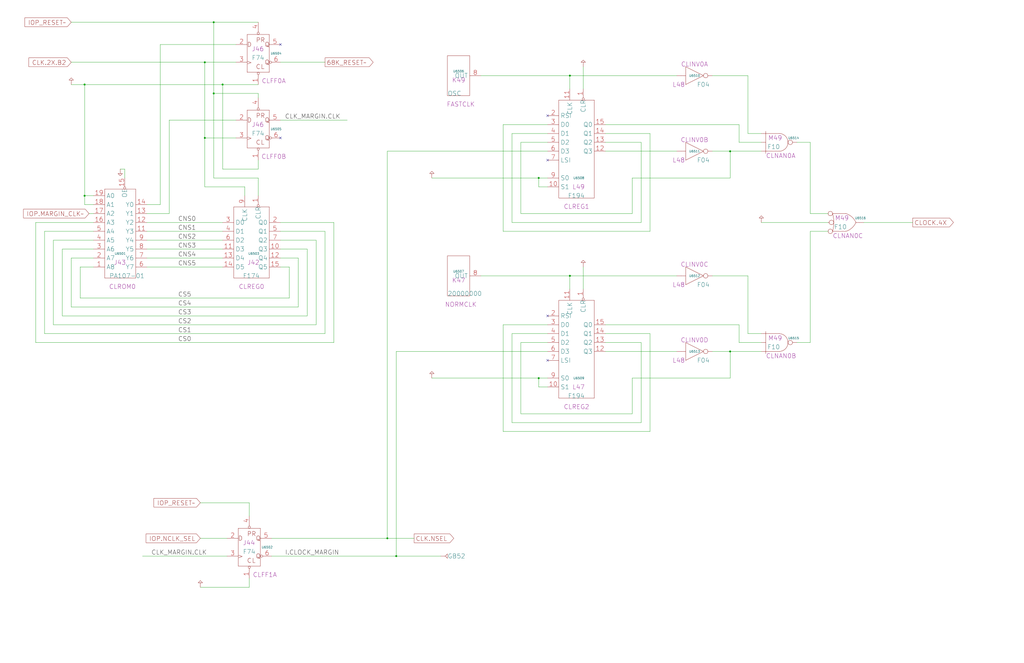
<source format=kicad_sch>
(kicad_sch (version 20230121) (generator eeschema)
  (paper "User" 584.2 378.46)
  (title_block (title "CLOCKS\\n4X CLOCK GENERATION") (date "22-SEP-90") (rev "2.0") (comment 1 "IOC") (comment 2 "232-003061") (comment 3 "S400") (comment 4 "RELEASED"))
  (lib_symbols
    (symbol "r1000:F04" (pin_numbers hide) (pin_names hide)
      (property "Reference" "U" (at 0 0 0))
      (property "Value" "F04" (at 1.27 -5.08 0))
      (property "Location" "___" (at -12.7 -5.08 0))
      (property "Name" "______" (at 0 5.08 0))
      (symbol "F04_0_1"
        (polyline (pts (xy -7.62 0) (xy -5.08 0)) (stroke (width 0.1524)))
        (polyline (pts (xy -5.08 5.08) (xy -5.08 -5.08)) (stroke (width 0.1524)))
        (polyline (pts (xy 5.08 0) (xy -5.08 -5.08)) (stroke (width 0.1524)))
        (polyline (pts (xy 5.08 0) (xy -5.08 5.08)) (stroke (width 0.1524)))
        (circle (center 6.35 0) (radius 1.27) (stroke (width 0.1524)))
      )
      (symbol "F04_1_1"
        (pin input line (at -10.16 0 0) (length 2.54) (name "D0") (number "1"))
        (pin output line (at 10.16 0 180) (length 2.54) (name "Q") (number "2"))
      )
    )
    (symbol "r1000:F10" (pin_numbers hide) (pin_names hide)
      (property "Reference" "U" (at 13.335 0 0))
      (property "Value" "F10" (at 5.715 -5.08 0))
      (property "Location" "___" (at -1.27 0 0))
      (property "Name" "______" (at -2.54 -10.16 0))
      (symbol "F10_0_1"
        (polyline (pts (xy -2.54 -7.62) (xy 5.08 -7.62)) (stroke (width 0.1524)))
        (polyline (pts (xy -2.54 2.54) (xy 5.08 2.54)) (stroke (width 0.1524)))
        (polyline (pts (xy -2.54 3.81) (xy -2.54 -8.89)) (stroke (width 0.1524)))
        (arc (start 5.08 -7.62) (mid 10.1282 -2.54) (end 5.08 2.54) (stroke (width 0.1524)))
        (circle (center 11.43 -2.54) (radius 1.27) (stroke (width 0.1524)))
      )
      (symbol "F10_0_2"
        (circle (center -3.81 -7.62) (radius 1.27) (stroke (width 0.1524)))
        (circle (center -3.81 2.54) (radius 1.27) (stroke (width 0.1524)))
        (circle (center -3.175 -2.54) (radius 1.27) (stroke (width 0.1524)))
        (arc (start -2.54 -7.62) (mid -1.8195 -2.54) (end -2.54 2.54) (stroke (width 0.1524)))
        (polyline (pts (xy -4.445 -2.54) (xy -5.08 -2.54)) (stroke (width 0.1524)))
        (polyline (pts (xy -2.54 -7.62) (xy 5.08 -7.62)) (stroke (width 0.1524)))
        (polyline (pts (xy -2.54 2.54) (xy 5.08 2.54)) (stroke (width 0.1524)))
        (polyline (pts (xy 10.795 -2.54) (xy 12.7 -2.54)) (stroke (width 0.1524)))
        (arc (start 5.08 -7.62) (mid 8.4845 -5.6954) (end 10.795 -2.54) (stroke (width 0.1524)))
        (arc (start 10.795 -2.54) (mid 8.4807 0.6111) (end 5.08 2.54) (stroke (width 0.1524)))
      )
      (symbol "F10_1_1"
        (pin input line (at -5.08 2.54 0) (length 2.54) (name "D0") (number "1"))
        (pin input line (at -5.08 -2.54 0) (length 2.54) (name "D1") (number "2"))
        (pin input line (at -5.08 -7.62 0) (length 2.54) (name "D2") (number "3"))
        (pin output line (at 15.24 -2.54 180) (length 2.54) (name "Q") (number "4"))
      )
      (symbol "F10_1_2"
        (pin input line (at -5.08 2.54 0) (length 0) (name "D0") (number "1"))
        (pin input line (at -5.08 -2.54 0) (length 0) (name "D1") (number "2"))
        (pin input line (at -5.08 -7.62 0) (length 0) (name "D2") (number "3"))
        (pin output line (at 15.24 -2.54 180) (length 2.54) (name "Q") (number "4"))
      )
    )
    (symbol "r1000:F174" (pin_names (offset 1.016))
      (property "Reference" "U" (at 2.54 5.08 0))
      (property "Value" "F174" (at -3.81 -7.62 0))
      (property "Location" "___" (at -1.27 0 0))
      (property "Name" "______" (at 1.27 -15.24 0))
      (symbol "F174_1_1"
        (rectangle (start -8.89 31.75) (end 11.43 -8.89))
        (circle (center 5.08 32.385) (radius 0.635))
        (pin input line (at 5.08 38.1 270) (length 5.08) (name "CLR") (number "1"))
        (pin output line (at 17.78 7.62 180) (length 6.35) (name "Q3") (number "10"))
        (pin input line (at -15.24 7.62 0) (length 6.35) (name "D3") (number "11"))
        (pin output line (at 17.78 2.54 180) (length 6.35) (name "Q4") (number "12"))
        (pin input line (at -15.24 2.54 0) (length 6.35) (name "D4") (number "13"))
        (pin input line (at -15.24 -2.54 0) (length 6.35) (name "D5") (number "14"))
        (pin output line (at 17.78 -2.54 180) (length 6.35) (name "Q5") (number "15"))
        (pin output line (at 17.78 22.86 180) (length 6.35) (name "Q0") (number "2"))
        (pin input line (at -15.24 22.86 0) (length 6.35) (name "D0") (number "3"))
        (pin input line (at -15.24 17.78 0) (length 6.35) (name "D1") (number "4"))
        (pin output line (at 17.78 17.78 180) (length 6.35) (name "Q1") (number "5"))
        (pin input line (at -15.24 12.7 0) (length 6.35) (name "D2") (number "6"))
        (pin output line (at 17.78 12.7 180) (length 6.35) (name "Q2") (number "7"))
        (pin input line (at -2.54 38.1 270) (length 6.35) (name "CLK") (number "9"))
      )
    )
    (symbol "r1000:F194" (pin_names (offset 1.016))
      (property "Reference" "U" (at 2.54 5.08 0))
      (property "Value" "F194" (at -3.81 -5.08 0))
      (property "Location" "___" (at -1.27 0 0))
      (property "Name" "______" (at 1.27 -12.7 0))
      (symbol "F194_1_1"
        (rectangle (start -8.89 49.53) (end 11.43 -6.35))
        (circle (center 5.08 50.165) (radius 0.635))
        (pin input line (at 5.08 55.88 270) (length 5.08) (name "CLR") (number "1"))
        (pin input line (at -15.24 0 0) (length 6.35) (name "S1") (number "10"))
        (pin input line (at -2.54 55.88 270) (length 6.35) (name "CLK") (number "11"))
        (pin output line (at 17.78 20.32 180) (length 6.35) (name "Q3") (number "12"))
        (pin output line (at 17.78 25.4 180) (length 6.35) (name "Q2") (number "13"))
        (pin output line (at 17.78 30.48 180) (length 6.35) (name "Q1") (number "14"))
        (pin output line (at 17.78 35.56 180) (length 6.35) (name "Q0") (number "15"))
        (pin input line (at -15.24 40.64 0) (length 6.35) (name "RSI") (number "2"))
        (pin input line (at -15.24 35.56 0) (length 6.35) (name "D0") (number "3"))
        (pin input line (at -15.24 30.48 0) (length 6.35) (name "D1") (number "4"))
        (pin input line (at -15.24 25.4 0) (length 6.35) (name "D2") (number "5"))
        (pin input line (at -15.24 20.32 0) (length 6.35) (name "D3") (number "6"))
        (pin input line (at -15.24 15.24 0) (length 6.35) (name "LSI") (number "7"))
        (pin input line (at -15.24 5.08 0) (length 6.35) (name "S0") (number "9"))
      )
    )
    (symbol "r1000:F74" (pin_names (offset 1.016) hide)
      (property "Reference" "U" (at 12.7 -2.54 0))
      (property "Value" "F74" (at -1.27 -5.08 0))
      (property "Location" "___" (at -1.27 0 0))
      (property "Name" "______" (at 11.43 -19.685 0))
      (symbol "F74_0_1"
        (rectangle (start -3.81 8.255) (end 8.89 -13.335) (stroke (width 0.1524)))
        (polyline (pts (xy 2.54 -15.24) (xy 2.54 -14.605)) (stroke (width 0.1524)))
        (polyline (pts (xy 2.54 10.16) (xy 2.54 9.525)) (stroke (width 0.1524)))
      )
      (symbol "F74_1_1"
        (circle (center 2.54 -13.97) (radius 0.635))
        (circle (center 2.54 8.89) (radius 0.635))
        (circle (center 9.525 -7.62) (radius 0.635))
        (text ">" (at -2.54 -7.62 0) (effects (font (size 2.54 2.54))))
        (text "C" (at 2.54 -10.16 0) (effects (font (size 2.54 2.54))))
        (text "D" (at -2.54 2.54 0) (effects (font (size 2.54 2.54))))
        (text "L" (at 5.08 -10.16 0) (effects (font (size 2.54 2.54))))
        (text "P" (at 2.54 5.08 0) (effects (font (size 2.54 2.54))))
        (text "Q" (at 7.62 -7.62 0) (effects (font (size 2.54 2.54))))
        (text "Q" (at 7.62 2.54 0) (effects (font (size 2.54 2.54))))
        (text "R" (at 5.08 5.08 0) (effects (font (size 2.54 2.54))))
        (pin input line (at 2.54 -20.32 90) (length 5.08) (name "CL_") (number "1"))
        (pin input line (at -10.16 2.54 0) (length 6.35) (name "D") (number "2"))
        (pin input line (at -10.16 -7.62 0) (length 6.35) (name "CLK") (number "3"))
        (pin input line (at 2.54 15.24 270) (length 5.08) (name "PR_") (number "4"))
        (pin output line (at 15.24 2.54 180) (length 6.35) (name "Q") (number "5"))
        (pin output line (at 15.24 -7.62 180) (length 5.08) (name "Q_") (number "6"))
      )
    )
    (symbol "r1000:GB" (pin_numbers hide) (pin_names (offset 0) hide)
      (property "Reference" "GB" (at 3.81 0 0))
      (symbol "GB_0_1"
        (polyline (pts (xy 2.54 0) (xy 3.81 1.27) (xy 3.81 -1.27) (xy 2.54 0)) (stroke (width 0.1524)))
      )
      (symbol "GB_1_1"
        (pin bidirectional line (at 0 0 0) (length 2.54) (name "") (number "1"))
      )
    )
    (symbol "r1000:OSC" (pin_names (offset 1.016))
      (property "Reference" "U" (at 2.54 5.08 0))
      (property "Value" "OSC" (at -3.81 -7.62 0))
      (property "Location" "___" (at -1.27 0 0))
      (property "Name" "______" (at 3.81 -15.24 0))
      (symbol "OSC_1_1"
        (rectangle (start -3.81 13.97) (end 8.89 -8.89))
        (pin output line (at 15.24 2.54 180) (length 6.35) (name "OUT") (number "8"))
      )
    )
    (symbol "r1000:PAxxx" (pin_names (offset 1.016))
      (property "Reference" "U" (at 2.54 5.08 0))
      (property "Value" "PAxxx" (at -3.81 -7.62 0))
      (property "Location" "___" (at -1.27 0 0))
      (property "Name" "______" (at 3.81 -15.24 0))
      (symbol "PAxxx_1_1"
        (rectangle (start -6.35 41.91) (end 11.43 -8.89))
        (circle (center 5.08 42.545) (radius 0.635))
        (pin input line (at -12.7 -2.54 0) (length 6.35) (name "A8") (number "1"))
        (pin tri_state line (at 17.78 17.78 180) (length 6.35) (name "Y3") (number "11"))
        (pin tri_state line (at 17.78 22.86 180) (length 6.35) (name "Y2") (number "12"))
        (pin tri_state line (at 17.78 27.94 180) (length 6.35) (name "Y1") (number "13"))
        (pin tri_state line (at 17.78 33.02 180) (length 6.35) (name "Y0") (number "14"))
        (pin input line (at 5.08 48.26 270) (length 5.08) (name "OE") (number "15"))
        (pin input line (at -12.7 22.86 0) (length 6.35) (name "A3") (number "16"))
        (pin input line (at -12.7 27.94 0) (length 6.35) (name "A2") (number "17"))
        (pin input line (at -12.7 33.02 0) (length 6.35) (name "A1") (number "18"))
        (pin input line (at -12.7 38.1 0) (length 6.35) (name "A0") (number "19"))
        (pin input line (at -12.7 2.54 0) (length 6.35) (name "A7") (number "2"))
        (pin input line (at -12.7 7.62 0) (length 6.35) (name "A6") (number "3"))
        (pin input line (at -12.7 12.7 0) (length 6.35) (name "A5") (number "4"))
        (pin input line (at -12.7 17.78 0) (length 6.35) (name "A4") (number "5"))
        (pin tri_state line (at 17.78 -2.54 180) (length 6.35) (name "Y7") (number "6"))
        (pin tri_state line (at 17.78 2.54 180) (length 6.35) (name "Y6") (number "7"))
        (pin tri_state line (at 17.78 7.62 180) (length 6.35) (name "Y5") (number "8"))
        (pin tri_state line (at 17.78 12.7 180) (length 6.35) (name "Y4") (number "9"))
      )
    )
    (symbol "r1000:PD" (power) (pin_numbers hide) (pin_names hide) (in_bom no)
      (symbol "PD_0_1"
        (polyline (pts (xy 0 -2.54) (xy 1.27 -2.54) (xy 0 -3.81) (xy -1.27 -2.54) (xy 0 -2.54)) (stroke (width 0.1524)))
      )
      (symbol "PD_1_1"
        (pin power_in line (at 0 0 270) (length 2.54) (name "PD") (number "1"))
      )
    )
    (symbol "r1000:PU" (power) (pin_numbers hide) (pin_names hide)
      (symbol "PU_0_1"
        (polyline (pts (xy 0 2.54) (xy -1.27 2.54) (xy 0 3.81) (xy 1.27 2.54) (xy 0 2.54)) (stroke (width 0.1524)))
      )
      (symbol "PU_1_1"
        (pin power_in line (at 0 0 90) (length 2.54) (name "PU") (number "1"))
      )
    )
  )
  (junction (at 325.12 157.48))
  (junction (at 220.98 307.34))
  (junction (at 307.34 215.9))
  (junction (at 307.34 101.6))
  (junction (at 416.56 200.66))
  (junction (at 48.26 48.26))
  (junction (at 325.12 43.18))
  (junction (at 226.06 317.5))
  (junction (at 116.84 78.74))
  (junction (at 121.92 53.34))
  (junction (at 416.56 86.36))
  (junction (at 121.92 12.7))
  (junction (at 48.26 111.76))
  (junction (at 127 48.26))
  (junction (at 116.84 35.56))
  (no_connect (at 312.42 91.44))
  (no_connect (at 312.42 205.74))
  (no_connect (at 160.02 78.74))
  (no_connect (at 312.42 66.04))
  (no_connect (at 312.42 180.34))
  (no_connect (at 160.02 25.4))
  (wire (pts (xy 462.28 195.58) (xy 462.28 132.08)))
  (wire (pts (xy 345.44 185.42) (xy 421.64 185.42)))
  (wire (pts (xy 165.1 170.18) (xy 45.72 170.18)))
  (wire (pts (xy 83.82 137.16) (xy 127 137.16)))
  (wire (pts (xy 116.84 78.74) (xy 134.62 78.74)))
  (wire (pts (xy 226.06 317.5) (xy 226.06 200.66)))
  (wire (pts (xy 170.18 147.32) (xy 160.02 147.32)))
  (wire (pts (xy 220.98 307.34) (xy 220.98 86.36)))
  (wire (pts (xy 421.64 81.28) (xy 434.34 81.28)))
  (wire (pts (xy 142.24 330.2) (xy 142.24 335.28)))
  (wire (pts (xy 416.56 200.66) (xy 434.34 200.66)))
  (wire (pts (xy 160.02 68.58) (xy 198.12 68.58)))
  (wire (pts (xy 292.1 127) (xy 365.76 127)))
  (wire (pts (xy 121.92 12.7) (xy 121.92 53.34)))
  (wire (pts (xy 185.42 132.08) (xy 185.42 190.5)))
  (wire (pts (xy 325.12 157.48) (xy 325.12 165.1)))
  (wire (pts (xy 421.64 71.12) (xy 421.64 81.28)))
  (wire (pts (xy 360.68 101.6) (xy 360.68 121.92)))
  (wire (pts (xy 345.44 195.58) (xy 365.76 195.58)))
  (wire (pts (xy 165.1 152.4) (xy 165.1 170.18)))
  (wire (pts (xy 287.02 185.42) (xy 312.42 185.42)))
  (wire (pts (xy 40.64 175.26) (xy 170.18 175.26)))
  (wire (pts (xy 246.38 101.6) (xy 307.34 101.6)))
  (wire (pts (xy 307.34 101.6) (xy 307.34 106.68)))
  (wire (pts (xy 180.34 185.42) (xy 180.34 137.16)))
  (wire (pts (xy 190.5 195.58) (xy 190.5 127)))
  (wire (pts (xy 134.62 68.58) (xy 96.52 68.58)))
  (wire (pts (xy 91.44 25.4) (xy 91.44 116.84)))
  (wire (pts (xy 370.84 190.5) (xy 370.84 246.38)))
  (wire (pts (xy 127 96.52) (xy 147.32 96.52)))
  (wire (pts (xy 426.72 157.48) (xy 426.72 190.5)))
  (wire (pts (xy 492.76 127) (xy 520.7 127)))
  (wire (pts (xy 160.02 152.4) (xy 165.1 152.4)))
  (wire (pts (xy 462.28 132.08) (xy 472.44 132.08)))
  (wire (pts (xy 297.18 236.22) (xy 360.68 236.22)))
  (wire (pts (xy 292.1 190.5) (xy 312.42 190.5)))
  (wire (pts (xy 48.26 48.26) (xy 127 48.26)))
  (wire (pts (xy 127 48.26) (xy 127 96.52)))
  (wire (pts (xy 185.42 190.5) (xy 25.4 190.5)))
  (wire (pts (xy 116.84 78.74) (xy 116.84 106.68)))
  (wire (pts (xy 370.84 246.38) (xy 287.02 246.38)))
  (wire (pts (xy 325.12 43.18) (xy 386.08 43.18)))
  (wire (pts (xy 312.42 195.58) (xy 297.18 195.58)))
  (wire (pts (xy 40.64 35.56) (xy 116.84 35.56)))
  (wire (pts (xy 297.18 195.58) (xy 297.18 236.22)))
  (wire (pts (xy 160.02 35.56) (xy 185.42 35.56)))
  (wire (pts (xy 48.26 48.26) (xy 48.26 111.76)))
  (wire (pts (xy 462.28 81.28) (xy 462.28 121.92)))
  (wire (pts (xy 462.28 121.92) (xy 472.44 121.92)))
  (wire (pts (xy 96.52 68.58) (xy 96.52 121.92)))
  (wire (pts (xy 226.06 200.66) (xy 312.42 200.66)))
  (wire (pts (xy 175.26 142.24) (xy 175.26 180.34)))
  (wire (pts (xy 83.82 152.4) (xy 127 152.4)))
  (wire (pts (xy 416.56 86.36) (xy 416.56 101.6)))
  (wire (pts (xy 274.32 43.18) (xy 325.12 43.18)))
  (wire (pts (xy 360.68 236.22) (xy 360.68 215.9)))
  (wire (pts (xy 114.3 335.28) (xy 142.24 335.28)))
  (wire (pts (xy 40.64 12.7) (xy 121.92 12.7)))
  (wire (pts (xy 406.4 157.48) (xy 426.72 157.48)))
  (wire (pts (xy 370.84 76.2) (xy 370.84 132.08)))
  (wire (pts (xy 365.76 81.28) (xy 345.44 81.28)))
  (wire (pts (xy 180.34 137.16) (xy 160.02 137.16)))
  (wire (pts (xy 48.26 116.84) (xy 53.34 116.84)))
  (wire (pts (xy 116.84 35.56) (xy 116.84 78.74)))
  (wire (pts (xy 416.56 215.9) (xy 416.56 200.66)))
  (wire (pts (xy 127 48.26) (xy 147.32 48.26)))
  (wire (pts (xy 134.62 25.4) (xy 91.44 25.4)))
  (wire (pts (xy 48.26 111.76) (xy 53.34 111.76)))
  (wire (pts (xy 48.26 111.76) (xy 48.26 116.84)))
  (wire (pts (xy 83.82 142.24) (xy 127 142.24)))
  (wire (pts (xy 114.3 287.02) (xy 142.24 287.02)))
  (wire (pts (xy 332.74 152.4) (xy 332.74 165.1)))
  (wire (pts (xy 121.92 101.6) (xy 147.32 101.6)))
  (wire (pts (xy 406.4 200.66) (xy 416.56 200.66)))
  (wire (pts (xy 454.66 195.58) (xy 462.28 195.58)))
  (wire (pts (xy 220.98 86.36) (xy 312.42 86.36)))
  (wire (pts (xy 406.4 43.18) (xy 426.72 43.18)))
  (wire (pts (xy 83.82 127) (xy 127 127)))
  (wire (pts (xy 25.4 190.5) (xy 25.4 132.08)))
  (wire (pts (xy 121.92 12.7) (xy 147.32 12.7)))
  (wire (pts (xy 139.7 106.68) (xy 139.7 111.76)))
  (wire (pts (xy 325.12 43.18) (xy 325.12 50.8)))
  (wire (pts (xy 416.56 86.36) (xy 434.34 86.36)))
  (wire (pts (xy 426.72 76.2) (xy 434.34 76.2)))
  (wire (pts (xy 116.84 35.56) (xy 134.62 35.56)))
  (wire (pts (xy 454.66 81.28) (xy 462.28 81.28)))
  (wire (pts (xy 114.3 307.34) (xy 129.54 307.34)))
  (wire (pts (xy 287.02 246.38) (xy 287.02 185.42)))
  (wire (pts (xy 307.34 215.9) (xy 312.42 215.9)))
  (wire (pts (xy 365.76 241.3) (xy 292.1 241.3)))
  (wire (pts (xy 147.32 101.6) (xy 147.32 111.76)))
  (wire (pts (xy 91.44 116.84) (xy 83.82 116.84)))
  (wire (pts (xy 81.28 317.5) (xy 129.54 317.5)))
  (wire (pts (xy 30.48 185.42) (xy 180.34 185.42)))
  (wire (pts (xy 307.34 101.6) (xy 312.42 101.6)))
  (wire (pts (xy 312.42 76.2) (xy 292.1 76.2)))
  (wire (pts (xy 50.8 121.92) (xy 53.34 121.92)))
  (wire (pts (xy 40.64 48.26) (xy 48.26 48.26)))
  (wire (pts (xy 360.68 215.9) (xy 416.56 215.9)))
  (wire (pts (xy 35.56 142.24) (xy 53.34 142.24)))
  (wire (pts (xy 416.56 101.6) (xy 360.68 101.6)))
  (wire (pts (xy 297.18 121.92) (xy 297.18 81.28)))
  (wire (pts (xy 175.26 180.34) (xy 35.56 180.34)))
  (wire (pts (xy 246.38 215.9) (xy 307.34 215.9)))
  (wire (pts (xy 25.4 132.08) (xy 53.34 132.08)))
  (wire (pts (xy 370.84 132.08) (xy 287.02 132.08)))
  (wire (pts (xy 116.84 106.68) (xy 139.7 106.68)))
  (wire (pts (xy 274.32 157.48) (xy 325.12 157.48)))
  (wire (pts (xy 83.82 147.32) (xy 127 147.32)))
  (wire (pts (xy 121.92 53.34) (xy 121.92 101.6)))
  (wire (pts (xy 40.64 147.32) (xy 40.64 175.26)))
  (wire (pts (xy 45.72 152.4) (xy 53.34 152.4)))
  (wire (pts (xy 226.06 317.5) (xy 251.46 317.5)))
  (wire (pts (xy 365.76 195.58) (xy 365.76 241.3)))
  (wire (pts (xy 147.32 96.52) (xy 147.32 91.44)))
  (wire (pts (xy 220.98 307.34) (xy 236.22 307.34)))
  (wire (pts (xy 312.42 106.68) (xy 307.34 106.68)))
  (wire (pts (xy 332.74 38.1) (xy 332.74 50.8)))
  (wire (pts (xy 45.72 170.18) (xy 45.72 152.4)))
  (wire (pts (xy 154.94 317.5) (xy 226.06 317.5)))
  (wire (pts (xy 292.1 76.2) (xy 292.1 127)))
  (wire (pts (xy 287.02 132.08) (xy 287.02 71.12)))
  (wire (pts (xy 154.94 307.34) (xy 220.98 307.34)))
  (wire (pts (xy 360.68 121.92) (xy 297.18 121.92)))
  (wire (pts (xy 426.72 43.18) (xy 426.72 76.2)))
  (wire (pts (xy 307.34 215.9) (xy 307.34 220.98)))
  (wire (pts (xy 71.12 96.52) (xy 71.12 101.6)))
  (wire (pts (xy 53.34 127) (xy 20.32 127)))
  (wire (pts (xy 325.12 157.48) (xy 386.08 157.48)))
  (wire (pts (xy 53.34 147.32) (xy 40.64 147.32)))
  (wire (pts (xy 20.32 195.58) (xy 190.5 195.58)))
  (wire (pts (xy 30.48 137.16) (xy 30.48 185.42)))
  (wire (pts (xy 83.82 132.08) (xy 127 132.08)))
  (wire (pts (xy 434.34 127) (xy 472.44 127)))
  (wire (pts (xy 345.44 190.5) (xy 370.84 190.5)))
  (wire (pts (xy 147.32 53.34) (xy 147.32 55.88)))
  (wire (pts (xy 83.82 121.92) (xy 96.52 121.92)))
  (wire (pts (xy 160.02 132.08) (xy 185.42 132.08)))
  (wire (pts (xy 292.1 241.3) (xy 292.1 190.5)))
  (wire (pts (xy 121.92 53.34) (xy 147.32 53.34)))
  (wire (pts (xy 160.02 127) (xy 190.5 127)))
  (wire (pts (xy 345.44 200.66) (xy 386.08 200.66)))
  (wire (pts (xy 142.24 294.64) (xy 142.24 287.02)))
  (wire (pts (xy 53.34 137.16) (xy 30.48 137.16)))
  (wire (pts (xy 421.64 195.58) (xy 434.34 195.58)))
  (wire (pts (xy 297.18 81.28) (xy 312.42 81.28)))
  (wire (pts (xy 287.02 71.12) (xy 312.42 71.12)))
  (wire (pts (xy 160.02 142.24) (xy 175.26 142.24)))
  (wire (pts (xy 20.32 127) (xy 20.32 195.58)))
  (wire (pts (xy 35.56 180.34) (xy 35.56 142.24)))
  (wire (pts (xy 365.76 127) (xy 365.76 81.28)))
  (wire (pts (xy 345.44 76.2) (xy 370.84 76.2)))
  (wire (pts (xy 406.4 86.36) (xy 416.56 86.36)))
  (wire (pts (xy 345.44 71.12) (xy 421.64 71.12)))
  (wire (pts (xy 307.34 220.98) (xy 312.42 220.98)))
  (wire (pts (xy 421.64 185.42) (xy 421.64 195.58)))
  (wire (pts (xy 68.58 96.52) (xy 71.12 96.52)))
  (wire (pts (xy 170.18 175.26) (xy 170.18 147.32)))
  (wire (pts (xy 426.72 190.5) (xy 434.34 190.5)))
  (wire (pts (xy 345.44 86.36) (xy 386.08 86.36)))
  (label "CS1" (at 101.6 190.5 0) (effects (font (size 2.54 2.54))))
  (label "CS3" (at 101.6 180.34 0) (effects (font (size 2.54 2.54))))
  (label "CS5" (at 101.6 170.18 0) (effects (font (size 2.54 2.54))))
  (label "I.CLOCK_MARGIN" (at 162.56 317.5 0) (effects (font (size 2.54 2.54))))
  (label "CS2" (at 101.6 185.42 0) (effects (font (size 2.54 2.54))))
  (label "CNS0" (at 101.6 127 0) (effects (font (size 2.54 2.54))))
  (label "CS4" (at 101.6 175.26 0) (effects (font (size 2.54 2.54))))
  (label "CS0" (at 101.6 195.58 0) (effects (font (size 2.54 2.54))))
  (label "CLK_MARGIN.CLK" (at 86.36 317.5 0) (effects (font (size 2.54 2.54))))
  (label "CNS3" (at 101.6 142.24 0) (effects (font (size 2.54 2.54))))
  (label "CLK_MARGIN.CLK" (at 162.56 68.58 0) (effects (font (size 2.54 2.54))))
  (label "CNS2" (at 101.6 137.16 0) (effects (font (size 2.54 2.54))))
  (label "CNS1" (at 101.6 132.08 0) (effects (font (size 2.54 2.54))))
  (label "CNS4" (at 101.6 147.32 0) (effects (font (size 2.54 2.54))))
  (label "CNS5" (at 101.6 152.4 0) (effects (font (size 2.54 2.54))))
  (global_label "CLK.2X.B2" (shape input) (at 40.64 35.56 180) (effects (font (size 2.54 2.54))) (property "Intersheetrefs" "${INTERSHEET_REFS}" (at 16.4616 35.4013 0) (effects (font (size 1.905 1.905)) (justify right))))
  (global_label "CLK.NSEL" (shape output) (at 236.22 307.34 0) (effects (font (size 2.54 2.54))) (property "Intersheetrefs" "${INTERSHEET_REFS}" (at 259.207 307.1813 0) (effects (font (size 1.905 1.905)) (justify left))))
  (global_label "IOP_RESET~" (shape input) (at 114.3 287.02 180) (effects (font (size 2.54 2.54))) (property "Intersheetrefs" "${INTERSHEET_REFS}" (at 87.8235 286.8613 0) (effects (font (size 1.905 1.905)) (justify right))))
  (global_label "IOP_RESET~" (shape input) (at 40.64 12.7 180) (effects (font (size 2.54 2.54))) (property "Intersheetrefs" "${INTERSHEET_REFS}" (at 14.1635 12.5413 0) (effects (font (size 1.905 1.905)) (justify right))))
  (global_label "68K_RESET~" (shape output) (at 185.42 35.56 0) (effects (font (size 2.54 2.54))) (property "Intersheetrefs" "${INTERSHEET_REFS}" (at 213.2451 35.4013 0) (effects (font (size 1.905 1.905)) (justify left))))
  (global_label "IOP.NCLK_SEL" (shape input) (at 114.3 307.34 180) (effects (font (size 2.54 2.54))) (property "Intersheetrefs" "${INTERSHEET_REFS}" (at 83.3483 307.1813 0) (effects (font (size 1.905 1.905)) (justify right))))
  (global_label "IOP.MARGIN_CLK~" (shape input) (at 50.8 121.92 180) (effects (font (size 2.54 2.54))) (property "Intersheetrefs" "${INTERSHEET_REFS}" (at 13.4378 121.7613 0) (effects (font (size 1.905 1.905)) (justify right))))
  (global_label "CLOCK.4X" (shape output) (at 520.7 127 0) (effects (font (size 2.54 2.54))) (property "Intersheetrefs" "${INTERSHEET_REFS}" (at 543.9108 126.8413 0) (effects (font (size 1.905 1.905)) (justify left))))
  (symbol (lib_id "r1000:F10") (at 439.42 78.74 0) (unit 1)
    (property "Reference" "U6514" (at 452.755 78.74 0))
    (property "Value" "F10" (at 445.135 83.82 0) (effects (font (size 2.54 2.54)) (justify right)))
    (property "Location" "M49" (at 438.15 78.74 0) (effects (font (size 2.54 2.54)) (justify left)))
    (property "Name" "CLNAN0A" (at 436.88 88.9 0) (effects (font (size 2.54 2.54)) (justify left)))
  )
  (symbol (lib_id "r1000:PU") (at 40.64 48.26 0) (unit 1)
    (property "Reference" "#PWR0120" (effects hide))
    (property "Value" "PU" (effects hide))
  )
  (symbol (lib_id "r1000:F194") (at 327.66 106.68 0) (unit 1)
    (property "Reference" "U6508" (at 330.2 101.6 0))
    (property "Value" "F194" (at 323.85 111.76 0) (effects (font (size 2.54 2.54)) (justify left)))
    (property "Location" "L49" (at 326.39 106.68 0) (effects (font (size 2.54 2.54)) (justify left)))
    (property "Name" "CLREG1" (at 328.93 119.38 0) (effects (font (size 2.54 2.54)) (justify bottom)))
  )
  (symbol (lib_id "r1000:PAxxx") (at 66.04 149.86 0) (unit 1)
    (property "Reference" "U6501" (at 68.58 144.78 0))
    (property "Value" "PA107-01" (at 62.23 157.48 0) (effects (font (size 2.54 2.54)) (justify left)))
    (property "Location" "J43" (at 64.77 149.86 0) (effects (font (size 2.54 2.54)) (justify left)))
    (property "Name" "CLROM0" (at 69.85 165.1 0) (effects (font (size 2.54 2.54)) (justify bottom)))
  )
  (symbol (lib_id "r1000:GB") (at 251.46 317.5 0) (unit 1)
    (property "Reference" "GB52" (at 255.27 317.5 0) (effects (font (size 2.54 2.54)) (justify left)))
    (property "Value" "GB" (effects hide))
  )
  (symbol (lib_id "r1000:F04") (at 396.24 200.66 0) (unit 1)
    (property "Reference" "U6513" (at 396.24 200.66 0))
    (property "Value" "F04" (at 397.51 205.74 0) (effects (font (size 2.54 2.54)) (justify left)))
    (property "Location" "L48" (at 383.54 205.74 0) (effects (font (size 2.54 2.54)) (justify left)))
    (property "Name" "CLINV0D" (at 396.24 195.58 0) (effects (font (size 2.54 2.54)) (justify bottom)))
  )
  (symbol (lib_id "r1000:PU") (at 246.38 215.9 0) (unit 1)
    (property "Reference" "#PWR0122" (effects hide))
    (property "Value" "PU" (effects hide))
  )
  (symbol (lib_id "r1000:F74") (at 144.78 27.94 0) (unit 1)
    (property "Reference" "U6504" (at 157.48 30.48 0))
    (property "Value" "F74" (at 143.51 33.02 0) (effects (font (size 2.54 2.54)) (justify left)))
    (property "Location" "J46" (at 143.51 27.94 0) (effects (font (size 2.54 2.54)) (justify left)))
    (property "Name" "CLFF0A" (at 156.21 47.625 0) (effects (font (size 2.54 2.54)) (justify bottom)))
  )
  (symbol (lib_id "r1000:PU") (at 434.34 127 0) (unit 1)
    (property "Reference" "#PWR0124" (effects hide))
    (property "Value" "PU" (effects hide))
  )
  (symbol (lib_id "r1000:F194") (at 327.66 220.98 0) (unit 1)
    (property "Reference" "U6509" (at 330.2 215.9 0))
    (property "Value" "F194" (at 323.85 226.06 0) (effects (font (size 2.54 2.54)) (justify left)))
    (property "Location" "L47" (at 326.39 220.98 0) (effects (font (size 2.54 2.54)) (justify left)))
    (property "Name" "CLREG2" (at 328.93 233.68 0) (effects (font (size 2.54 2.54)) (justify bottom)))
  )
  (symbol (lib_id "r1000:PU") (at 332.74 152.4 0) (unit 1)
    (property "Reference" "#PWR0118" (effects hide))
    (property "Value" "PU" (effects hide))
  )
  (symbol (lib_id "r1000:OSC") (at 259.08 45.72 0) (unit 1)
    (property "Reference" "U6506" (at 261.62 40.64 0))
    (property "Value" "OSC" (at 255.27 53.34 0) (effects (font (size 2.54 2.54)) (justify left)))
    (property "Location" "K49" (at 257.81 45.72 0) (effects (font (size 2.54 2.54)) (justify left)))
    (property "Name" "FASTCLK" (at 262.89 60.96 0) (effects (font (size 2.54 2.54)) (justify bottom)))
  )
  (symbol (lib_id "r1000:OSC") (at 259.08 160.02 0) (unit 1)
    (property "Reference" "U6507" (at 261.62 154.94 0))
    (property "Value" "20000000" (at 255.27 167.64 0) (effects (font (size 2.54 2.54)) (justify left)))
    (property "Location" "K47" (at 257.81 160.02 0) (effects (font (size 2.54 2.54)) (justify left)))
    (property "Name" "NORMCLK" (at 262.89 175.26 0) (effects (font (size 2.54 2.54)) (justify bottom)))
  )
  (symbol (lib_id "r1000:F174") (at 142.24 149.86 0) (unit 1)
    (property "Reference" "U6503" (at 144.78 144.78 0))
    (property "Value" "F174" (at 138.43 157.48 0) (effects (font (size 2.54 2.54)) (justify left)))
    (property "Location" "J42" (at 140.97 149.86 0) (effects (font (size 2.54 2.54)) (justify left)))
    (property "Name" "CLREG0" (at 143.51 165.1 0) (effects (font (size 2.54 2.54)) (justify bottom)))
  )
  (symbol (lib_id "r1000:F04") (at 396.24 86.36 0) (unit 1)
    (property "Reference" "U6511" (at 396.24 86.36 0))
    (property "Value" "F04" (at 397.51 91.44 0) (effects (font (size 2.54 2.54)) (justify left)))
    (property "Location" "L48" (at 383.54 91.44 0) (effects (font (size 2.54 2.54)) (justify left)))
    (property "Name" "CLINV0B" (at 396.24 81.28 0) (effects (font (size 2.54 2.54)) (justify bottom)))
  )
  (symbol (lib_id "r1000:F74") (at 139.7 309.88 0) (unit 1)
    (property "Reference" "U6502" (at 152.4 312.42 0))
    (property "Value" "F74" (at 138.43 314.96 0) (effects (font (size 2.54 2.54)) (justify left)))
    (property "Location" "J44" (at 138.43 309.88 0) (effects (font (size 2.54 2.54)) (justify left)))
    (property "Name" "CLFF1A" (at 151.13 329.565 0) (effects (font (size 2.54 2.54)) (justify bottom)))
  )
  (symbol (lib_id "r1000:F04") (at 396.24 157.48 0) (unit 1)
    (property "Reference" "U6512" (at 396.24 157.48 0))
    (property "Value" "F04" (at 397.51 162.56 0) (effects (font (size 2.54 2.54)) (justify left)))
    (property "Location" "L48" (at 383.54 162.56 0) (effects (font (size 2.54 2.54)) (justify left)))
    (property "Name" "CLINV0C" (at 396.24 152.4 0) (effects (font (size 2.54 2.54)) (justify bottom)))
  )
  (symbol (lib_id "r1000:PU") (at 332.74 38.1 0) (unit 1)
    (property "Reference" "#PWR06501" (effects hide))
    (property "Value" "PU" (effects hide))
  )
  (symbol (lib_id "r1000:PD") (at 68.58 96.52 0) (unit 1) (in_bom no)
    (property "Reference" "#PWR0172" (effects hide))
    (property "Value" "PD" (effects hide))
  )
  (symbol (lib_id "r1000:F04") (at 396.24 43.18 0) (unit 1)
    (property "Reference" "U6510" (at 396.24 43.18 0))
    (property "Value" "F04" (at 397.51 48.26 0) (effects (font (size 2.54 2.54)) (justify left)))
    (property "Location" "L48" (at 383.54 48.26 0) (effects (font (size 2.54 2.54)) (justify left)))
    (property "Name" "CLINV0A" (at 396.24 38.1 0) (effects (font (size 2.54 2.54)) (justify bottom)))
  )
  (symbol (lib_id "r1000:F10") (at 477.52 124.46 0) (unit 1) (convert 2)
    (property "Reference" "U6516" (at 490.855 124.46 0))
    (property "Value" "F10" (at 483.235 129.54 0) (effects (font (size 2.54 2.54)) (justify right)))
    (property "Location" "M49" (at 476.25 124.46 0) (effects (font (size 2.54 2.54)) (justify left)))
    (property "Name" "CLNAN0C" (at 474.98 134.62 0) (effects (font (size 2.54 2.54)) (justify left)))
  )
  (symbol (lib_id "r1000:PU") (at 114.3 335.28 0) (unit 1)
    (property "Reference" "#PWR0125" (effects hide))
    (property "Value" "PU" (effects hide))
  )
  (symbol (lib_id "r1000:PU") (at 246.38 101.6 0) (unit 1)
    (property "Reference" "#PWR0121" (effects hide))
    (property "Value" "PU" (effects hide))
  )
  (symbol (lib_id "r1000:F10") (at 439.42 193.04 0) (unit 1)
    (property "Reference" "U6515" (at 452.755 193.04 0))
    (property "Value" "F10" (at 445.135 198.12 0) (effects (font (size 2.54 2.54)) (justify right)))
    (property "Location" "M49" (at 438.15 193.04 0) (effects (font (size 2.54 2.54)) (justify left)))
    (property "Name" "CLNAN0B" (at 436.88 203.2 0) (effects (font (size 2.54 2.54)) (justify left)))
  )
  (symbol (lib_id "r1000:F74") (at 144.78 71.12 0) (unit 1)
    (property "Reference" "U6505" (at 157.48 73.66 0))
    (property "Value" "F74" (at 143.51 76.2 0) (effects (font (size 2.54 2.54)) (justify left)))
    (property "Location" "J46" (at 143.51 71.12 0) (effects (font (size 2.54 2.54)) (justify left)))
    (property "Name" "CLFF0B" (at 156.21 90.805 0) (effects (font (size 2.54 2.54)) (justify bottom)))
  )
)
</source>
